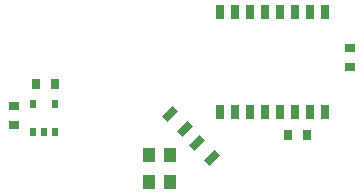
<source format=gbp>
G04*
G04 #@! TF.GenerationSoftware,Altium Limited,Altium Designer,22.1.2 (22)*
G04*
G04 Layer_Color=128*
%FSLAX25Y25*%
%MOIN*%
G70*
G04*
G04 #@! TF.SameCoordinates,E6BCAF42-7E50-4797-BEDC-23F1F838AA05*
G04*
G04*
G04 #@! TF.FilePolarity,Positive*
G04*
G01*
G75*
%ADD18R,0.03543X0.03150*%
%ADD19R,0.03150X0.03543*%
%ADD64R,0.03150X0.05118*%
%ADD65R,0.04331X0.05118*%
G04:AMPARAMS|DCode=66|XSize=51.18mil|YSize=27.56mil|CornerRadius=0mil|HoleSize=0mil|Usage=FLASHONLY|Rotation=45.000|XOffset=0mil|YOffset=0mil|HoleType=Round|Shape=Rectangle|*
%AMROTATEDRECTD66*
4,1,4,-0.00835,-0.02784,-0.02784,-0.00835,0.00835,0.02784,0.02784,0.00835,-0.00835,-0.02784,0.0*
%
%ADD66ROTATEDRECTD66*%

%ADD67R,0.01968X0.02953*%
D18*
X135500Y91150D02*
D03*
Y84850D02*
D03*
X23573Y71650D02*
D03*
Y65350D02*
D03*
D19*
X114850Y62000D02*
D03*
X121150D02*
D03*
X37110Y79000D02*
D03*
X30811D02*
D03*
D64*
X127339Y103045D02*
D03*
X122339D02*
D03*
X117339D02*
D03*
X112339D02*
D03*
X107339D02*
D03*
X102339D02*
D03*
X97339D02*
D03*
X92339D02*
D03*
Y69581D02*
D03*
X97339D02*
D03*
X102339D02*
D03*
X107339D02*
D03*
X112339D02*
D03*
X117339D02*
D03*
X122339D02*
D03*
X127339D02*
D03*
D65*
X75543Y46472D02*
D03*
Y55528D02*
D03*
X68457Y46472D02*
D03*
Y55528D02*
D03*
D66*
X75494Y69006D02*
D03*
X80506Y63994D02*
D03*
X89505Y54495D02*
D03*
X84495Y59505D02*
D03*
D67*
X37315Y63187D02*
D03*
X33575D02*
D03*
X29835D02*
D03*
X37315Y72439D02*
D03*
X29835D02*
D03*
M02*

</source>
